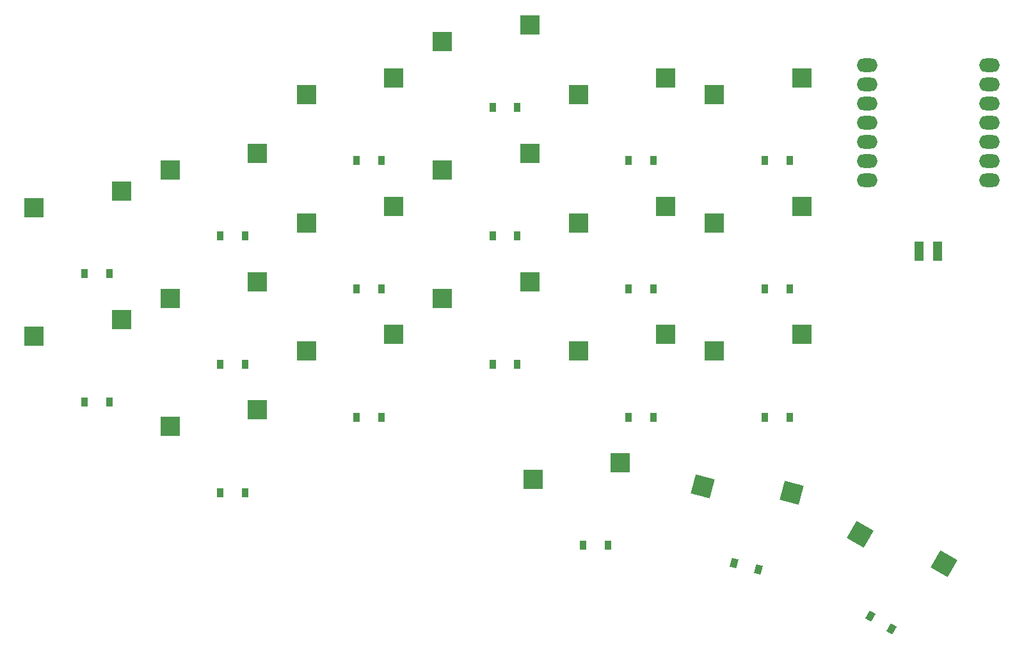
<source format=gbr>
%TF.GenerationSoftware,KiCad,Pcbnew,9.0.1*%
%TF.CreationDate,2025-06-09T17:49:50+02:00*%
%TF.ProjectId,pcb,7063622e-6b69-4636-9164-5f7063625858,v1.0.0*%
%TF.SameCoordinates,Original*%
%TF.FileFunction,Paste,Top*%
%TF.FilePolarity,Positive*%
%FSLAX46Y46*%
G04 Gerber Fmt 4.6, Leading zero omitted, Abs format (unit mm)*
G04 Created by KiCad (PCBNEW 9.0.1) date 2025-06-09 17:49:50*
%MOMM*%
%LPD*%
G01*
G04 APERTURE LIST*
G04 Aperture macros list*
%AMRotRect*
0 Rectangle, with rotation*
0 The origin of the aperture is its center*
0 $1 length*
0 $2 width*
0 $3 Rotation angle, in degrees counterclockwise*
0 Add horizontal line*
21,1,$1,$2,0,0,$3*%
G04 Aperture macros list end*
%ADD10R,2.600000X2.600000*%
%ADD11RotRect,2.600000X2.600000X330.000000*%
%ADD12R,1.250000X2.500000*%
%ADD13O,2.750000X1.800000*%
%ADD14RotRect,2.600000X2.600000X345.000000*%
%ADD15R,0.900000X1.200000*%
%ADD16RotRect,0.900000X1.200000X330.000000*%
%ADD17RotRect,0.900000X1.200000X345.000000*%
G04 APERTURE END LIST*
D10*
%TO.C,S12*%
X242691726Y-147585864D03*
X231141726Y-149785864D03*
%TD*%
D11*
%TO.C,S20*%
X279478328Y-177910684D03*
X268375733Y-174040940D03*
%TD*%
D10*
%TO.C,S15*%
X260691727Y-147585865D03*
X249141727Y-149785865D03*
%TD*%
%TO.C,S14*%
X242691727Y-113585864D03*
X231141727Y-115785864D03*
%TD*%
%TO.C,S2*%
X170691727Y-128585865D03*
X159141727Y-130785865D03*
%TD*%
D12*
%TO.C,PAD1*%
X276166727Y-136535865D03*
X278666727Y-136535865D03*
%TD*%
D10*
%TO.C,S17*%
X260691727Y-113585864D03*
X249141727Y-115785864D03*
%TD*%
%TO.C,S13*%
X242691727Y-130585864D03*
X231141727Y-132785864D03*
%TD*%
D13*
%TO.C,MCU1*%
X269321766Y-111915865D03*
X269321766Y-114455865D03*
X269321766Y-116995865D03*
X269321766Y-119535865D03*
X269321766Y-122075865D03*
X269321766Y-124615865D03*
X269321765Y-127155865D03*
X285511686Y-127155865D03*
X285511686Y-124615865D03*
X285511686Y-122075865D03*
X285511686Y-119535865D03*
X285511686Y-116995865D03*
X285511686Y-114455865D03*
X285511687Y-111915865D03*
%TD*%
D14*
%TO.C,S19*%
X259343650Y-168534017D03*
X247617805Y-167669694D03*
%TD*%
D10*
%TO.C,S3*%
X188691727Y-157585865D03*
X177141727Y-159785865D03*
%TD*%
%TO.C,S10*%
X224691726Y-123585864D03*
X213141726Y-125785864D03*
%TD*%
%TO.C,S1*%
X170691727Y-145585865D03*
X159141727Y-147785865D03*
%TD*%
%TO.C,S11*%
X224691727Y-106585865D03*
X213141727Y-108785865D03*
%TD*%
%TO.C,S9*%
X224691727Y-140585864D03*
X213141727Y-142785864D03*
%TD*%
%TO.C,S16*%
X260691726Y-130585865D03*
X249141726Y-132785865D03*
%TD*%
%TO.C,S6*%
X206691727Y-147585865D03*
X195141727Y-149785865D03*
%TD*%
%TO.C,S8*%
X206691727Y-113585865D03*
X195141727Y-115785865D03*
%TD*%
%TO.C,S7*%
X206691727Y-130585865D03*
X195141727Y-132785865D03*
%TD*%
%TO.C,S4*%
X188691726Y-140585865D03*
X177141726Y-142785865D03*
%TD*%
%TO.C,S5*%
X188691727Y-123585865D03*
X177141727Y-125785865D03*
%TD*%
%TO.C,S18*%
X236691727Y-164585865D03*
X225141727Y-166785865D03*
%TD*%
D15*
%TO.C,Di14*%
X237766727Y-124535863D03*
X241066727Y-124535865D03*
%TD*%
%TO.C,Di7*%
X201766727Y-141535864D03*
X205066727Y-141535866D03*
%TD*%
%TO.C,Di1*%
X165766727Y-156535864D03*
X169066727Y-156535866D03*
%TD*%
%TO.C,Di6*%
X201766727Y-158535864D03*
X205066727Y-158535866D03*
%TD*%
%TO.C,Di11*%
X219766727Y-117535863D03*
X223066727Y-117535865D03*
%TD*%
D16*
%TO.C,Di20*%
X269738152Y-184931163D03*
X272596036Y-186581161D03*
%TD*%
D17*
%TO.C,Di19*%
X251752397Y-177836223D03*
X254939953Y-178690323D03*
%TD*%
D15*
%TO.C,Di18*%
X231766726Y-175535864D03*
X235066726Y-175535866D03*
%TD*%
%TO.C,Di17*%
X255766727Y-124535864D03*
X259066727Y-124535866D03*
%TD*%
%TO.C,Di10*%
X219766727Y-134535863D03*
X223066727Y-134535865D03*
%TD*%
%TO.C,Di8*%
X201766727Y-124535864D03*
X205066727Y-124535866D03*
%TD*%
%TO.C,Di12*%
X237766726Y-158535863D03*
X241066726Y-158535865D03*
%TD*%
%TO.C,Di3*%
X183766726Y-168535863D03*
X187066726Y-168535865D03*
%TD*%
%TO.C,Di4*%
X183766727Y-151535864D03*
X187066727Y-151535866D03*
%TD*%
%TO.C,Di16*%
X255766727Y-141535864D03*
X259066727Y-141535866D03*
%TD*%
%TO.C,Di2*%
X165766727Y-139535864D03*
X169066727Y-139535866D03*
%TD*%
%TO.C,Di13*%
X237766727Y-141535864D03*
X241066727Y-141535866D03*
%TD*%
%TO.C,Di15*%
X255766726Y-158535864D03*
X259066726Y-158535866D03*
%TD*%
%TO.C,Di9*%
X219766726Y-151535864D03*
X223066726Y-151535866D03*
%TD*%
%TO.C,Di5*%
X183766727Y-134535864D03*
X187066727Y-134535866D03*
%TD*%
M02*

</source>
